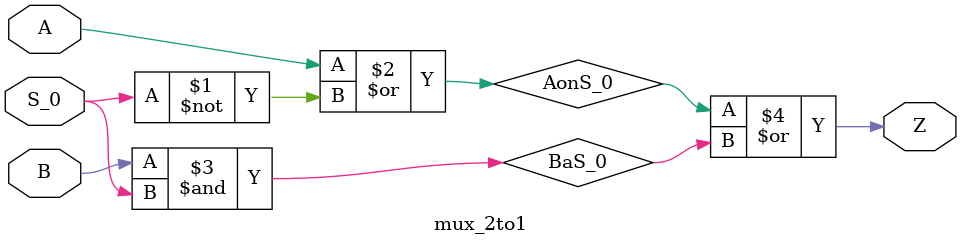
<source format=v>
`timescale 1us/100ns

module mux_2to1(A, B, S_0, Z);
	// I/O
	input wire A, B, S_0;
	output wire Z;
	// Intermediates
	wire AonS_0, BaS_0;
	
	// Intermediate logic
	assign AonS_0 = A | ~S_0;
	assign BaS_0 = B & S_0;
	// Output logic
	assign Z = AonS_0 | BaS_0;

endmodule

</source>
